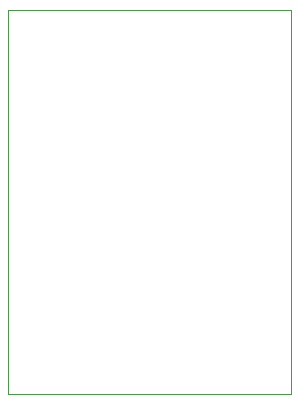
<source format=gbr>
%TF.GenerationSoftware,KiCad,Pcbnew,9.0.6-9.0.6~ubuntu22.04.1*%
%TF.CreationDate,2026-01-23T17:01:36+00:00*%
%TF.ProjectId,rp2040_pico,72703230-3430-45f7-9069-636f2e6b6963,rev?*%
%TF.SameCoordinates,Original*%
%TF.FileFunction,Other,User*%
%FSLAX45Y45*%
G04 Gerber Fmt 4.5, Leading zero omitted, Abs format (unit mm)*
G04 Created by KiCad (PCBNEW 9.0.6-9.0.6~ubuntu22.04.1) date 2026-01-23 17:01:36*
%MOMM*%
%LPD*%
G01*
G04 APERTURE LIST*
%ADD10C,0.100000*%
%ADD11C,0.009990*%
%ADD12C,0.010830*%
%ADD13C,0.020680*%
%ADD14C,0.030650*%
%ADD15C,0.010430*%
%ADD16C,0.020510*%
%ADD17C,0.030860*%
%ADD18C,0.040510*%
%ADD19C,0.020530*%
%ADD20C,0.020670*%
%ADD21C,0.030760*%
%ADD22C,0.010710*%
%ADD23C,0.020780*%
%ADD24C,0.030680*%
G04 APERTURE END LIST*
D10*
X-1200000Y1625000D02*
X1200000Y1625000D01*
X1200000Y-1625000D01*
X-1200000Y-1625000D01*
X-1200000Y1625000D01*
D11*
%TO.C,GS3*%
X-1200000Y-900000D02*
X-1200000Y-900000D01*
D12*
X-1200000Y-900000D02*
X-1200000Y-900000D01*
D13*
X-1200000Y-900000D02*
X-1200000Y-900000D01*
D14*
X-1200000Y-900000D02*
X-1200000Y-900000D01*
D11*
%TO.C,GS1*%
X1200000Y75000D02*
X1200000Y75000D01*
D15*
X1200000Y75000D02*
X1200000Y75000D01*
D16*
X1200000Y75000D02*
X1200000Y75000D01*
D17*
X1200000Y75000D02*
X1200000Y75000D01*
D18*
X1200000Y75000D02*
X1200000Y75000D01*
D11*
%TO.C,GS2*%
X1200000Y925000D02*
X1200000Y925000D01*
D15*
X1200000Y925000D02*
X1200000Y925000D01*
D19*
X1200000Y925000D02*
X1200000Y925000D01*
D17*
X1200000Y925000D02*
X1200000Y925000D01*
D11*
%TO.C,GS4*%
X-1200000Y-1075000D02*
X-1200000Y-1075000D01*
D12*
X-1200000Y-1075000D02*
X-1200000Y-1075000D01*
D20*
X-1200000Y-1075000D02*
X-1200000Y-1075000D01*
D21*
X-1200000Y-1075000D02*
X-1200000Y-1075000D01*
D11*
%TO.C,GS5*%
X1200000Y225000D02*
X1200000Y225000D01*
D22*
X1200000Y225000D02*
X1200000Y225000D01*
D23*
X1200000Y225000D02*
X1200000Y225000D01*
D24*
X1200000Y225000D02*
X1200000Y225000D01*
%TD*%
M02*

</source>
